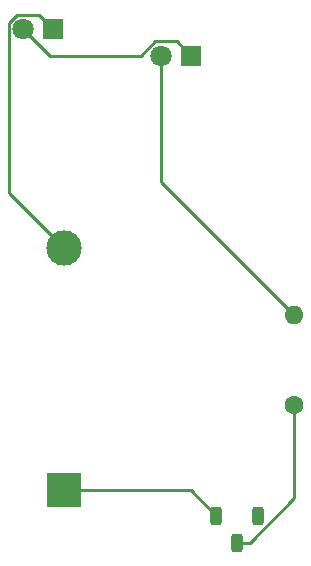
<source format=gbr>
%TF.GenerationSoftware,KiCad,Pcbnew,9.0.6*%
%TF.CreationDate,2025-12-18T11:45:50-05:00*%
%TF.ProjectId,seal_project,7365616c-5f70-4726-9f6a-6563742e6b69,rev?*%
%TF.SameCoordinates,Original*%
%TF.FileFunction,Copper,L2,Bot*%
%TF.FilePolarity,Positive*%
%FSLAX46Y46*%
G04 Gerber Fmt 4.6, Leading zero omitted, Abs format (unit mm)*
G04 Created by KiCad (PCBNEW 9.0.6) date 2025-12-18 11:45:50*
%MOMM*%
%LPD*%
G01*
G04 APERTURE LIST*
G04 Aperture macros list*
%AMRoundRect*
0 Rectangle with rounded corners*
0 $1 Rounding radius*
0 $2 $3 $4 $5 $6 $7 $8 $9 X,Y pos of 4 corners*
0 Add a 4 corners polygon primitive as box body*
4,1,4,$2,$3,$4,$5,$6,$7,$8,$9,$2,$3,0*
0 Add four circle primitives for the rounded corners*
1,1,$1+$1,$2,$3*
1,1,$1+$1,$4,$5*
1,1,$1+$1,$6,$7*
1,1,$1+$1,$8,$9*
0 Add four rect primitives between the rounded corners*
20,1,$1+$1,$2,$3,$4,$5,0*
20,1,$1+$1,$4,$5,$6,$7,0*
20,1,$1+$1,$6,$7,$8,$9,0*
20,1,$1+$1,$8,$9,$2,$3,0*%
G04 Aperture macros list end*
%TA.AperFunction,ComponentPad*%
%ADD10R,3.000000X3.000000*%
%TD*%
%TA.AperFunction,ComponentPad*%
%ADD11C,3.000000*%
%TD*%
%TA.AperFunction,ComponentPad*%
%ADD12R,1.800000X1.800000*%
%TD*%
%TA.AperFunction,ComponentPad*%
%ADD13C,1.800000*%
%TD*%
%TA.AperFunction,SMDPad,CuDef*%
%ADD14RoundRect,0.250000X-0.250000X-0.550000X0.250000X-0.550000X0.250000X0.550000X-0.250000X0.550000X0*%
%TD*%
%TA.AperFunction,ComponentPad*%
%ADD15C,1.600000*%
%TD*%
%TA.AperFunction,ComponentPad*%
%ADD16O,1.600000X1.600000*%
%TD*%
%TA.AperFunction,Conductor*%
%ADD17C,0.250000*%
%TD*%
G04 APERTURE END LIST*
D10*
%TO.P,BT1,1,+*%
%TO.N,Net-(BT1-+)*%
X133500000Y-109990000D03*
D11*
%TO.P,BT1,2,-*%
%TO.N,Net-(BT1--)*%
X133500000Y-89500000D03*
%TD*%
D12*
%TO.P,D2,1,K*%
%TO.N,Net-(D1-A)*%
X144270253Y-73219916D03*
D13*
%TO.P,D2,2,A*%
%TO.N,Net-(D2-A)*%
X141730253Y-73219916D03*
%TD*%
D12*
%TO.P,D1,1,K*%
%TO.N,Net-(BT1--)*%
X132588000Y-70952000D03*
D13*
%TO.P,D1,2,A*%
%TO.N,Net-(D1-A)*%
X130048000Y-70952000D03*
%TD*%
D14*
%TO.P,SW1,1,A*%
%TO.N,Net-(BT1-+)*%
X146380410Y-112164964D03*
%TO.P,SW1,2,B*%
%TO.N,Net-(SW1-B)*%
X148130410Y-114464964D03*
%TO.P,SW1,3,C*%
%TO.N,GND*%
X149880410Y-112164964D03*
%TD*%
D15*
%TO.P,R1,1*%
%TO.N,Net-(SW1-B)*%
X153000000Y-102810000D03*
D16*
%TO.P,R1,2*%
%TO.N,Net-(D2-A)*%
X153000000Y-95190000D03*
%TD*%
D17*
%TO.N,Net-(D1-A)*%
X139996427Y-73219916D02*
X132315916Y-73219916D01*
X144270253Y-73219916D02*
X143044253Y-71993916D01*
X143044253Y-71993916D02*
X141222427Y-71993916D01*
X130000000Y-71000000D02*
X130048000Y-70952000D01*
X132315916Y-73219916D02*
X130048000Y-70952000D01*
X141222427Y-71993916D02*
X139996427Y-73219916D01*
%TO.N,Net-(D2-A)*%
X141730253Y-73219916D02*
X141730253Y-83920253D01*
X141730253Y-83920253D02*
X153000000Y-95190000D01*
%TO.N,Net-(SW1-B)*%
X148130410Y-114464964D02*
X149201924Y-114464964D01*
X153000000Y-110666888D02*
X153000000Y-102810000D01*
X149201924Y-114464964D02*
X153000000Y-110666888D01*
%TO.N,Net-(BT1--)*%
X129540174Y-69726000D02*
X128822000Y-70444174D01*
X132588000Y-70952000D02*
X131362000Y-69726000D01*
X131362000Y-69726000D02*
X129540174Y-69726000D01*
X128822000Y-84822000D02*
X133500000Y-89500000D01*
X128822000Y-70444174D02*
X128822000Y-84822000D01*
%TO.N,Net-(BT1-+)*%
X144205446Y-109990000D02*
X146380410Y-112164964D01*
X133500000Y-109990000D02*
X144205446Y-109990000D01*
%TD*%
M02*

</source>
